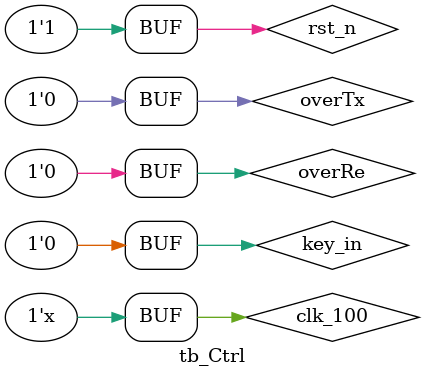
<source format=v>
`timescale 1ns / 1ps


module tb_Ctrl;

	// Inputs
	reg clk_100;
	reg rst_n;
	reg key_in;
	reg overTx;
	reg overRe;

	// Outputs
	wire temp_led;
	wire enTx;
	wire enRe;

	// Instantiate the Unit Under Test (UUT)
	Ctrl uut (
		.clk_100(clk_100), 
		.rst_n(rst_n), 
		.key_in(key_in), 
		.temp_led(temp_led), 
		.overTx(overTx), 
		.enTx(enTx), 
		.overRe(overRe), 
		.enRe(enRe)
	);

	initial begin
		// Initialize Inputs
		clk_100 = 0;
		rst_n = 0;
		key_in = 0;
		overTx = 0;
		overRe = 0;

		// Wait 100 ns for global reset to finish
		#100;
      rst_n = 1;
		// Add stimulus here
		
		#20;
		key_in = 1;
		#200;
		key_in = 0;
		
		#200;
		overTx = 1;
		#20;
		overTx = 0;
		
	end
      
	always #10 clk_100=~clk_100;
endmodule


</source>
